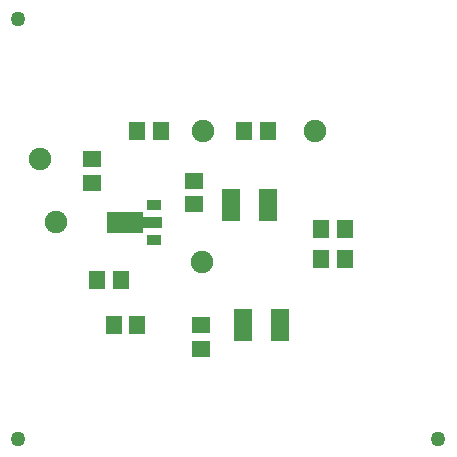
<source format=gbr>
G04 Layer_Color=8421504*
%FSLAX26Y26*%
%MOIN*%
%TF.FileFunction,Paste,Top*%
%TF.Part,Single*%
G01*
G75*
%TA.AperFunction,SMDPad,CuDef*%
%ADD10R,0.059055X0.055118*%
%ADD11R,0.055118X0.059055*%
%TA.AperFunction,FiducialPad,Global*%
%ADD12C,0.050000*%
%TA.AperFunction,SMDPad,CuDef*%
%ADD13C,0.075000*%
%ADD14R,0.059055X0.110236*%
%ADD15R,0.051181X0.035433*%
G36*
X464331Y788717D02*
X528110D01*
Y753284D01*
X464331D01*
Y736906D01*
X347008D01*
Y805095D01*
X464331D01*
Y788717D01*
D02*
G37*
D10*
X296000Y981370D02*
D03*
Y902630D02*
D03*
X659370Y429000D02*
D03*
Y350260D02*
D03*
X636370Y830575D02*
D03*
Y909315D02*
D03*
D11*
X447000Y1077000D02*
D03*
X525740D02*
D03*
X803000D02*
D03*
X881740D02*
D03*
X1139000Y650118D02*
D03*
X1060260D02*
D03*
X367874Y429000D02*
D03*
X446614D02*
D03*
X312945Y578000D02*
D03*
X391685D02*
D03*
X1139000Y750118D02*
D03*
X1060260D02*
D03*
D12*
X50000Y1450000D02*
D03*
Y50000D02*
D03*
X1450000D02*
D03*
D13*
X122000Y981000D02*
D03*
X1040000Y1077000D02*
D03*
X661000Y640000D02*
D03*
X665000Y1077000D02*
D03*
X175000Y771000D02*
D03*
D14*
X921394Y429000D02*
D03*
X799346D02*
D03*
X881024Y830000D02*
D03*
X758976D02*
D03*
D15*
X502520Y770945D02*
D03*
Y830055D02*
D03*
Y711945D02*
D03*
%TF.MD5,c0335301b7d3f8420090d21e5cbd2837*%
M02*

</source>
